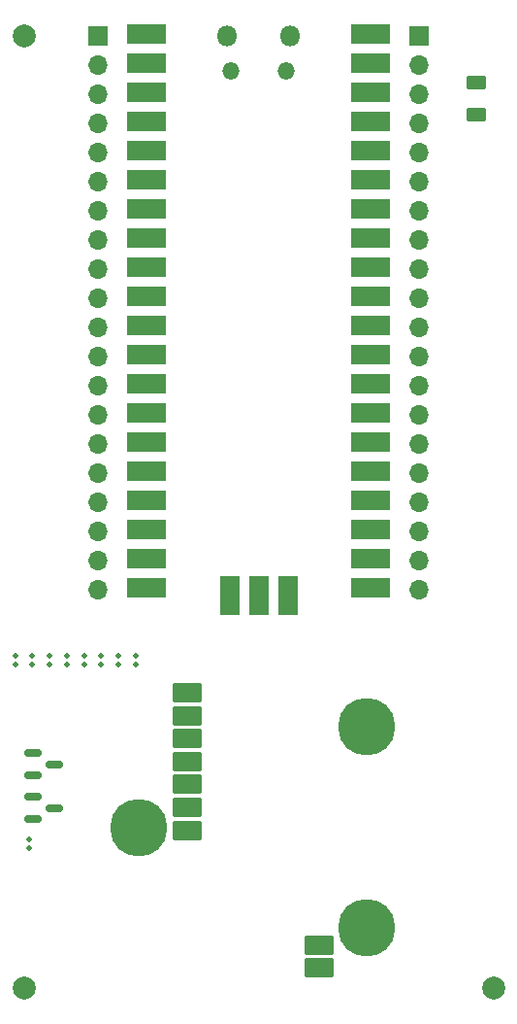
<source format=gbr>
%TF.GenerationSoftware,KiCad,Pcbnew,(6.0.4)*%
%TF.CreationDate,2022-11-15T10:47:26+01:00*%
%TF.ProjectId,tp1,7470312e-6b69-4636-9164-5f7063625858,rev?*%
%TF.SameCoordinates,Original*%
%TF.FileFunction,Soldermask,Top*%
%TF.FilePolarity,Negative*%
%FSLAX46Y46*%
G04 Gerber Fmt 4.6, Leading zero omitted, Abs format (unit mm)*
G04 Created by KiCad (PCBNEW (6.0.4)) date 2022-11-15 10:47:26*
%MOMM*%
%LPD*%
G01*
G04 APERTURE LIST*
G04 Aperture macros list*
%AMRoundRect*
0 Rectangle with rounded corners*
0 $1 Rounding radius*
0 $2 $3 $4 $5 $6 $7 $8 $9 X,Y pos of 4 corners*
0 Add a 4 corners polygon primitive as box body*
4,1,4,$2,$3,$4,$5,$6,$7,$8,$9,$2,$3,0*
0 Add four circle primitives for the rounded corners*
1,1,$1+$1,$2,$3*
1,1,$1+$1,$4,$5*
1,1,$1+$1,$6,$7*
1,1,$1+$1,$8,$9*
0 Add four rect primitives between the rounded corners*
20,1,$1+$1,$2,$3,$4,$5,0*
20,1,$1+$1,$4,$5,$6,$7,0*
20,1,$1+$1,$6,$7,$8,$9,0*
20,1,$1+$1,$8,$9,$2,$3,0*%
G04 Aperture macros list end*
%ADD10O,1.500000X1.500000*%
%ADD11O,1.800000X1.800000*%
%ADD12R,3.500000X1.700000*%
%ADD13R,1.700000X3.500000*%
%ADD14C,2.000000*%
%ADD15R,1.700000X1.700000*%
%ADD16O,1.700000X1.700000*%
%ADD17RoundRect,0.250000X-0.625000X0.375000X-0.625000X-0.375000X0.625000X-0.375000X0.625000X0.375000X0*%
%ADD18RoundRect,0.112500X0.112500X-0.112500X0.112500X0.112500X-0.112500X0.112500X-0.112500X-0.112500X0*%
%ADD19RoundRect,0.150000X-0.587500X-0.150000X0.587500X-0.150000X0.587500X0.150000X-0.587500X0.150000X0*%
%ADD20C,5.000000*%
%ADD21RoundRect,0.112500X-0.112500X0.112500X-0.112500X-0.112500X0.112500X-0.112500X0.112500X0.112500X0*%
%ADD22RoundRect,0.170000X1.130000X0.680000X-1.130000X0.680000X-1.130000X-0.680000X1.130000X-0.680000X0*%
%ADD23RoundRect,0.170000X-1.130000X-0.680000X1.130000X-0.680000X1.130000X0.680000X-1.130000X0.680000X0*%
G04 APERTURE END LIST*
D10*
%TO.C,U2*%
X142925000Y-54030000D03*
X138075000Y-54030000D03*
D11*
X143225000Y-51000000D03*
X137775000Y-51000000D03*
D12*
X130710000Y-50870000D03*
X130710000Y-53410000D03*
X130710000Y-55950000D03*
X130710000Y-58490000D03*
X130710000Y-61030000D03*
X130710000Y-63570000D03*
X130710000Y-66110000D03*
X130710000Y-68650000D03*
X130710000Y-71190000D03*
X130710000Y-73730000D03*
X130710000Y-76270000D03*
X130710000Y-78810000D03*
X130710000Y-81350000D03*
X130710000Y-83890000D03*
X130710000Y-86430000D03*
X130710000Y-88970000D03*
X130710000Y-91510000D03*
X130710000Y-94050000D03*
X130710000Y-96590000D03*
X130710000Y-99130000D03*
X150290000Y-99130000D03*
X150290000Y-96590000D03*
X150290000Y-94050000D03*
X150290000Y-91510000D03*
X150290000Y-88970000D03*
X150290000Y-86430000D03*
X150290000Y-83890000D03*
X150290000Y-81350000D03*
X150290000Y-78810000D03*
X150290000Y-76270000D03*
X150290000Y-73730000D03*
X150290000Y-71190000D03*
X150290000Y-68650000D03*
X150290000Y-66110000D03*
X150290000Y-63570000D03*
X150290000Y-61030000D03*
X150290000Y-58490000D03*
X150290000Y-55950000D03*
X150290000Y-53410000D03*
X150290000Y-50870000D03*
D13*
X137960000Y-99800000D03*
X140500000Y-99800000D03*
X143040000Y-99800000D03*
%TD*%
D14*
%TO.C,FID3*%
X120000000Y-134000000D03*
%TD*%
%TO.C,FID2*%
X120000000Y-51000000D03*
%TD*%
%TO.C,FID1*%
X161000000Y-134000000D03*
%TD*%
D15*
%TO.C,J2*%
X154500000Y-51000000D03*
D16*
X154500000Y-53540000D03*
X154500000Y-56080000D03*
X154500000Y-58620000D03*
X154500000Y-61160000D03*
X154500000Y-63700000D03*
X154500000Y-66240000D03*
X154500000Y-68780000D03*
X154500000Y-71320000D03*
X154500000Y-73860000D03*
X154500000Y-76400000D03*
X154500000Y-78940000D03*
X154500000Y-81480000D03*
X154500000Y-84020000D03*
X154500000Y-86560000D03*
X154500000Y-89100000D03*
X154500000Y-91640000D03*
X154500000Y-94180000D03*
X154500000Y-96720000D03*
X154500000Y-99260000D03*
%TD*%
D17*
%TO.C,F1*%
X159500000Y-55100000D03*
X159500000Y-57900000D03*
%TD*%
D18*
%TO.C,R12*%
X123750000Y-105800000D03*
X123750000Y-105000000D03*
%TD*%
D15*
%TO.C,J1*%
X126500000Y-51000000D03*
D16*
X126500000Y-53540000D03*
X126500000Y-56080000D03*
X126500000Y-58620000D03*
X126500000Y-61160000D03*
X126500000Y-63700000D03*
X126500000Y-66240000D03*
X126500000Y-68780000D03*
X126500000Y-71320000D03*
X126500000Y-73860000D03*
X126500000Y-76400000D03*
X126500000Y-78940000D03*
X126500000Y-81480000D03*
X126500000Y-84020000D03*
X126500000Y-86560000D03*
X126500000Y-89100000D03*
X126500000Y-91640000D03*
X126500000Y-94180000D03*
X126500000Y-96720000D03*
X126500000Y-99260000D03*
%TD*%
D18*
%TO.C,R14*%
X126750000Y-105800000D03*
X126750000Y-105000000D03*
%TD*%
%TO.C,R11*%
X122250000Y-105800000D03*
X122250000Y-105000000D03*
%TD*%
%TO.C,R13*%
X125250000Y-105800000D03*
X125250000Y-105000000D03*
%TD*%
D19*
%TO.C,Q1*%
X120762500Y-113540000D03*
X120762500Y-115440000D03*
X122637500Y-114490000D03*
%TD*%
D20*
%TO.C,JIG1*%
X130050000Y-120000000D03*
X149950000Y-128750000D03*
X149950000Y-111250000D03*
%TD*%
D21*
%TO.C,R8*%
X120500000Y-121000000D03*
X120500000Y-121800000D03*
%TD*%
D19*
%TO.C,Q2*%
X120762500Y-117350000D03*
X120762500Y-119250000D03*
X122637500Y-118300000D03*
%TD*%
D22*
%TO.C,J4*%
X134250000Y-120250000D03*
X134250000Y-118250000D03*
X134250000Y-116250000D03*
X134250000Y-114250000D03*
X134250000Y-112250000D03*
X134250000Y-110250000D03*
X134250000Y-108250000D03*
%TD*%
D23*
%TO.C,J3*%
X145750000Y-130250000D03*
X145750000Y-132250000D03*
%TD*%
D18*
%TO.C,R16*%
X129750000Y-105800000D03*
X129750000Y-105000000D03*
%TD*%
D21*
%TO.C,R17*%
X120750000Y-105000000D03*
X120750000Y-105800000D03*
%TD*%
D18*
%TO.C,R15*%
X128250000Y-105800000D03*
X128250000Y-105000000D03*
%TD*%
D21*
%TO.C,R7*%
X119300000Y-105000000D03*
X119300000Y-105800000D03*
%TD*%
M02*

</source>
